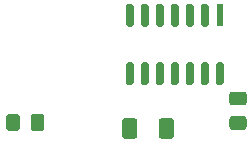
<source format=gbr>
%TF.GenerationSoftware,KiCad,Pcbnew,(5.1.10)-1*%
%TF.CreationDate,2022-01-15T14:59:42+11:00*%
%TF.ProjectId,BKM-10Rp2040 v2,424b4d2d-3130-4527-9032-303430207632,rev?*%
%TF.SameCoordinates,Original*%
%TF.FileFunction,Paste,Top*%
%TF.FilePolarity,Positive*%
%FSLAX46Y46*%
G04 Gerber Fmt 4.6, Leading zero omitted, Abs format (unit mm)*
G04 Created by KiCad (PCBNEW (5.1.10)-1) date 2022-01-15 14:59:42*
%MOMM*%
%LPD*%
G01*
G04 APERTURE LIST*
%ADD10R,0.600000X1.950000*%
G04 APERTURE END LIST*
%TO.C,C4*%
G36*
G01*
X113871500Y-128557000D02*
X113871500Y-129507000D01*
G75*
G02*
X113621500Y-129757000I-250000J0D01*
G01*
X112946500Y-129757000D01*
G75*
G02*
X112696500Y-129507000I0J250000D01*
G01*
X112696500Y-128557000D01*
G75*
G02*
X112946500Y-128307000I250000J0D01*
G01*
X113621500Y-128307000D01*
G75*
G02*
X113871500Y-128557000I0J-250000D01*
G01*
G37*
G36*
G01*
X115946500Y-128557000D02*
X115946500Y-129507000D01*
G75*
G02*
X115696500Y-129757000I-250000J0D01*
G01*
X115021500Y-129757000D01*
G75*
G02*
X114771500Y-129507000I0J250000D01*
G01*
X114771500Y-128557000D01*
G75*
G02*
X115021500Y-128307000I250000J0D01*
G01*
X115696500Y-128307000D01*
G75*
G02*
X115946500Y-128557000I0J-250000D01*
G01*
G37*
%TD*%
%TO.C,C2*%
G36*
G01*
X132809000Y-127587500D02*
X131859000Y-127587500D01*
G75*
G02*
X131609000Y-127337500I0J250000D01*
G01*
X131609000Y-126662500D01*
G75*
G02*
X131859000Y-126412500I250000J0D01*
G01*
X132809000Y-126412500D01*
G75*
G02*
X133059000Y-126662500I0J-250000D01*
G01*
X133059000Y-127337500D01*
G75*
G02*
X132809000Y-127587500I-250000J0D01*
G01*
G37*
G36*
G01*
X132809000Y-129662500D02*
X131859000Y-129662500D01*
G75*
G02*
X131609000Y-129412500I0J250000D01*
G01*
X131609000Y-128737500D01*
G75*
G02*
X131859000Y-128487500I250000J0D01*
G01*
X132809000Y-128487500D01*
G75*
G02*
X133059000Y-128737500I0J-250000D01*
G01*
X133059000Y-129412500D01*
G75*
G02*
X132809000Y-129662500I-250000J0D01*
G01*
G37*
%TD*%
%TO.C,U1*%
G36*
G01*
X130660000Y-123928000D02*
X130960000Y-123928000D01*
G75*
G02*
X131110000Y-124078000I0J-150000D01*
G01*
X131110000Y-125728000D01*
G75*
G02*
X130960000Y-125878000I-150000J0D01*
G01*
X130660000Y-125878000D01*
G75*
G02*
X130510000Y-125728000I0J150000D01*
G01*
X130510000Y-124078000D01*
G75*
G02*
X130660000Y-123928000I150000J0D01*
G01*
G37*
G36*
G01*
X129390000Y-123928000D02*
X129690000Y-123928000D01*
G75*
G02*
X129840000Y-124078000I0J-150000D01*
G01*
X129840000Y-125728000D01*
G75*
G02*
X129690000Y-125878000I-150000J0D01*
G01*
X129390000Y-125878000D01*
G75*
G02*
X129240000Y-125728000I0J150000D01*
G01*
X129240000Y-124078000D01*
G75*
G02*
X129390000Y-123928000I150000J0D01*
G01*
G37*
G36*
G01*
X128120000Y-123928000D02*
X128420000Y-123928000D01*
G75*
G02*
X128570000Y-124078000I0J-150000D01*
G01*
X128570000Y-125728000D01*
G75*
G02*
X128420000Y-125878000I-150000J0D01*
G01*
X128120000Y-125878000D01*
G75*
G02*
X127970000Y-125728000I0J150000D01*
G01*
X127970000Y-124078000D01*
G75*
G02*
X128120000Y-123928000I150000J0D01*
G01*
G37*
G36*
G01*
X126850000Y-123928000D02*
X127150000Y-123928000D01*
G75*
G02*
X127300000Y-124078000I0J-150000D01*
G01*
X127300000Y-125728000D01*
G75*
G02*
X127150000Y-125878000I-150000J0D01*
G01*
X126850000Y-125878000D01*
G75*
G02*
X126700000Y-125728000I0J150000D01*
G01*
X126700000Y-124078000D01*
G75*
G02*
X126850000Y-123928000I150000J0D01*
G01*
G37*
G36*
G01*
X125580000Y-123928000D02*
X125880000Y-123928000D01*
G75*
G02*
X126030000Y-124078000I0J-150000D01*
G01*
X126030000Y-125728000D01*
G75*
G02*
X125880000Y-125878000I-150000J0D01*
G01*
X125580000Y-125878000D01*
G75*
G02*
X125430000Y-125728000I0J150000D01*
G01*
X125430000Y-124078000D01*
G75*
G02*
X125580000Y-123928000I150000J0D01*
G01*
G37*
G36*
G01*
X124310000Y-123928000D02*
X124610000Y-123928000D01*
G75*
G02*
X124760000Y-124078000I0J-150000D01*
G01*
X124760000Y-125728000D01*
G75*
G02*
X124610000Y-125878000I-150000J0D01*
G01*
X124310000Y-125878000D01*
G75*
G02*
X124160000Y-125728000I0J150000D01*
G01*
X124160000Y-124078000D01*
G75*
G02*
X124310000Y-123928000I150000J0D01*
G01*
G37*
G36*
G01*
X123040000Y-123928000D02*
X123340000Y-123928000D01*
G75*
G02*
X123490000Y-124078000I0J-150000D01*
G01*
X123490000Y-125728000D01*
G75*
G02*
X123340000Y-125878000I-150000J0D01*
G01*
X123040000Y-125878000D01*
G75*
G02*
X122890000Y-125728000I0J150000D01*
G01*
X122890000Y-124078000D01*
G75*
G02*
X123040000Y-123928000I150000J0D01*
G01*
G37*
G36*
G01*
X123040000Y-118978000D02*
X123340000Y-118978000D01*
G75*
G02*
X123490000Y-119128000I0J-150000D01*
G01*
X123490000Y-120778000D01*
G75*
G02*
X123340000Y-120928000I-150000J0D01*
G01*
X123040000Y-120928000D01*
G75*
G02*
X122890000Y-120778000I0J150000D01*
G01*
X122890000Y-119128000D01*
G75*
G02*
X123040000Y-118978000I150000J0D01*
G01*
G37*
G36*
G01*
X124310000Y-118978000D02*
X124610000Y-118978000D01*
G75*
G02*
X124760000Y-119128000I0J-150000D01*
G01*
X124760000Y-120778000D01*
G75*
G02*
X124610000Y-120928000I-150000J0D01*
G01*
X124310000Y-120928000D01*
G75*
G02*
X124160000Y-120778000I0J150000D01*
G01*
X124160000Y-119128000D01*
G75*
G02*
X124310000Y-118978000I150000J0D01*
G01*
G37*
G36*
G01*
X125580000Y-118978000D02*
X125880000Y-118978000D01*
G75*
G02*
X126030000Y-119128000I0J-150000D01*
G01*
X126030000Y-120778000D01*
G75*
G02*
X125880000Y-120928000I-150000J0D01*
G01*
X125580000Y-120928000D01*
G75*
G02*
X125430000Y-120778000I0J150000D01*
G01*
X125430000Y-119128000D01*
G75*
G02*
X125580000Y-118978000I150000J0D01*
G01*
G37*
G36*
G01*
X126850000Y-118978000D02*
X127150000Y-118978000D01*
G75*
G02*
X127300000Y-119128000I0J-150000D01*
G01*
X127300000Y-120778000D01*
G75*
G02*
X127150000Y-120928000I-150000J0D01*
G01*
X126850000Y-120928000D01*
G75*
G02*
X126700000Y-120778000I0J150000D01*
G01*
X126700000Y-119128000D01*
G75*
G02*
X126850000Y-118978000I150000J0D01*
G01*
G37*
G36*
G01*
X128120000Y-118978000D02*
X128420000Y-118978000D01*
G75*
G02*
X128570000Y-119128000I0J-150000D01*
G01*
X128570000Y-120778000D01*
G75*
G02*
X128420000Y-120928000I-150000J0D01*
G01*
X128120000Y-120928000D01*
G75*
G02*
X127970000Y-120778000I0J150000D01*
G01*
X127970000Y-119128000D01*
G75*
G02*
X128120000Y-118978000I150000J0D01*
G01*
G37*
G36*
G01*
X129390000Y-118978000D02*
X129690000Y-118978000D01*
G75*
G02*
X129840000Y-119128000I0J-150000D01*
G01*
X129840000Y-120778000D01*
G75*
G02*
X129690000Y-120928000I-150000J0D01*
G01*
X129390000Y-120928000D01*
G75*
G02*
X129240000Y-120778000I0J150000D01*
G01*
X129240000Y-119128000D01*
G75*
G02*
X129390000Y-118978000I150000J0D01*
G01*
G37*
D10*
X130810000Y-119953000D03*
%TD*%
%TO.C,R2*%
G36*
G01*
X123814000Y-128914999D02*
X123814000Y-130165001D01*
G75*
G02*
X123564001Y-130415000I-249999J0D01*
G01*
X122763999Y-130415000D01*
G75*
G02*
X122514000Y-130165001I0J249999D01*
G01*
X122514000Y-128914999D01*
G75*
G02*
X122763999Y-128665000I249999J0D01*
G01*
X123564001Y-128665000D01*
G75*
G02*
X123814000Y-128914999I0J-249999D01*
G01*
G37*
G36*
G01*
X126914000Y-128914999D02*
X126914000Y-130165001D01*
G75*
G02*
X126664001Y-130415000I-249999J0D01*
G01*
X125863999Y-130415000D01*
G75*
G02*
X125614000Y-130165001I0J249999D01*
G01*
X125614000Y-128914999D01*
G75*
G02*
X125863999Y-128665000I249999J0D01*
G01*
X126664001Y-128665000D01*
G75*
G02*
X126914000Y-128914999I0J-249999D01*
G01*
G37*
%TD*%
M02*

</source>
